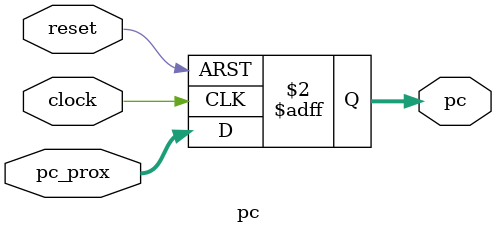
<source format=v>
module pc(
    input wire clock,
    input wire reset,
    input wire [31:0] pc_prox,
    output reg [31:0] pc
);

    always @(posedge clock or posedge reset) begin
        if (reset)
            pc <= 0;
        else
            pc <= pc_prox;
    end

endmodule
</source>
